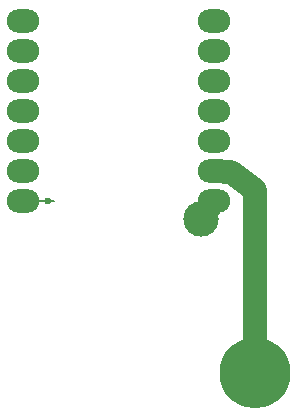
<source format=gbr>
%TF.GenerationSoftware,KiCad,Pcbnew,9.0.6*%
%TF.CreationDate,2025-11-19T18:33:24-08:00*%
%TF.ProjectId,pyramid_clock,70797261-6d69-4645-9f63-6c6f636b2e6b,rev?*%
%TF.SameCoordinates,Original*%
%TF.FileFunction,Copper,L2,Bot*%
%TF.FilePolarity,Positive*%
%FSLAX46Y46*%
G04 Gerber Fmt 4.6, Leading zero omitted, Abs format (unit mm)*
G04 Created by KiCad (PCBNEW 9.0.6) date 2025-11-19 18:33:24*
%MOMM*%
%LPD*%
G01*
G04 APERTURE LIST*
G04 Aperture macros list*
%AMRoundRect*
0 Rectangle with rounded corners*
0 $1 Rounding radius*
0 $2 $3 $4 $5 $6 $7 $8 $9 X,Y pos of 4 corners*
0 Add a 4 corners polygon primitive as box body*
4,1,4,$2,$3,$4,$5,$6,$7,$8,$9,$2,$3,0*
0 Add four circle primitives for the rounded corners*
1,1,$1+$1,$2,$3*
1,1,$1+$1,$4,$5*
1,1,$1+$1,$6,$7*
1,1,$1+$1,$8,$9*
0 Add four rect primitives between the rounded corners*
20,1,$1+$1,$2,$3,$4,$5,0*
20,1,$1+$1,$4,$5,$6,$7,0*
20,1,$1+$1,$6,$7,$8,$9,0*
20,1,$1+$1,$8,$9,$2,$3,0*%
G04 Aperture macros list end*
%TA.AperFunction,SMDPad,CuDef*%
%ADD10RoundRect,1.000000X-0.375000X-0.000010X0.375000X-0.000010X0.375000X0.000010X-0.375000X0.000010X0*%
%TD*%
%TA.AperFunction,ViaPad*%
%ADD11C,6.000000*%
%TD*%
%TA.AperFunction,ViaPad*%
%ADD12C,3.000000*%
%TD*%
%TA.AperFunction,ViaPad*%
%ADD13C,0.600000*%
%TD*%
%TA.AperFunction,Conductor*%
%ADD14C,2.000000*%
%TD*%
%TA.AperFunction,Conductor*%
%ADD15C,0.400000*%
%TD*%
%TA.AperFunction,Conductor*%
%ADD16C,0.200000*%
%TD*%
G04 APERTURE END LIST*
D10*
%TO.P,U1,1,PA02_A0_D0*%
%TO.N,unconnected-(R1-Pad1)*%
X142917500Y-106500750D03*
%TO.P,U1,2,PA4_A1_D1*%
%TO.N,unconnected-(U1-PA4_A1_D1-Pad2)*%
X142917501Y-103960750D03*
%TO.P,U1,3,PA10_A2_D2*%
%TO.N,unconnected-(U1-PA10_A2_D2-Pad3)*%
X142917500Y-101420750D03*
%TO.P,U1,4,PA11_A3_D3*%
%TO.N,unconnected-(U1-PA11_A3_D3-Pad4)*%
X142917500Y-98880750D03*
%TO.P,U1,5,PA8_A4_D4_SDA*%
%TO.N,unconnected-(U1-PA8_A4_D4_SDA-Pad5)*%
X142917500Y-96340750D03*
%TO.P,U1,6,PA9_A5_D5_SCL*%
%TO.N,unconnected-(U1-PA9_A5_D5_SCL-Pad6)*%
X142917500Y-93800750D03*
%TO.P,U1,7,PB08_A6_D6_TX*%
%TO.N,unconnected-(U1-PB08_A6_D6_TX-Pad7)*%
X142917500Y-91260751D03*
%TO.P,U1,8,PB09_A7_D7_RX*%
%TO.N,unconnected-(U1-PB09_A7_D7_RX-Pad8)*%
X159082500Y-91260750D03*
%TO.P,U1,9,PA7_A8_D8_SCK*%
%TO.N,unconnected-(U1-PA7_A8_D8_SCK-Pad9)*%
X159082499Y-93800750D03*
%TO.P,U1,10,PA5_A9_D9_MISO*%
%TO.N,unconnected-(U1-PA5_A9_D9_MISO-Pad10)*%
X159082500Y-96340750D03*
%TO.P,U1,11,PA6_A10_D10_MOSI*%
%TO.N,unconnected-(U1-PA6_A10_D10_MOSI-Pad11)*%
X159082500Y-98880750D03*
%TO.P,U1,12,3V3*%
%TO.N,unconnected-(U1-3V3-Pad12)*%
X159082500Y-101420750D03*
%TO.P,U1,13,GND*%
%TO.N,Net-(D1-VSS)*%
X159082500Y-103960749D03*
%TO.P,U1,14,5V*%
%TO.N,Net-(D1-VDD)*%
X159082501Y-106500750D03*
%TD*%
D11*
%TO.N,Net-(D1-VSS)*%
X162500000Y-121000000D03*
D12*
%TO.N,Net-(D1-VDD)*%
X158000000Y-108000000D03*
D13*
%TO.N,unconnected-(R1-Pad1)*%
X145000000Y-106500750D03*
%TD*%
D14*
%TO.N,Net-(D1-VSS)*%
X162500000Y-105500000D02*
X160500000Y-104000000D01*
X162500000Y-121000000D02*
X162500000Y-105500000D01*
X160500000Y-104000000D02*
X159082500Y-103960749D01*
D15*
X159082500Y-103960749D02*
X158039251Y-103960749D01*
X158039251Y-103960749D02*
X158000000Y-104000000D01*
D14*
%TO.N,Net-(D1-VDD)*%
X159082501Y-106500750D02*
X158000000Y-108000000D01*
D16*
%TO.N,unconnected-(R1-Pad1)*%
X145499250Y-106500750D02*
X142917500Y-106500750D01*
X145000000Y-106500750D02*
X145499250Y-106500750D01*
%TD*%
M02*

</source>
